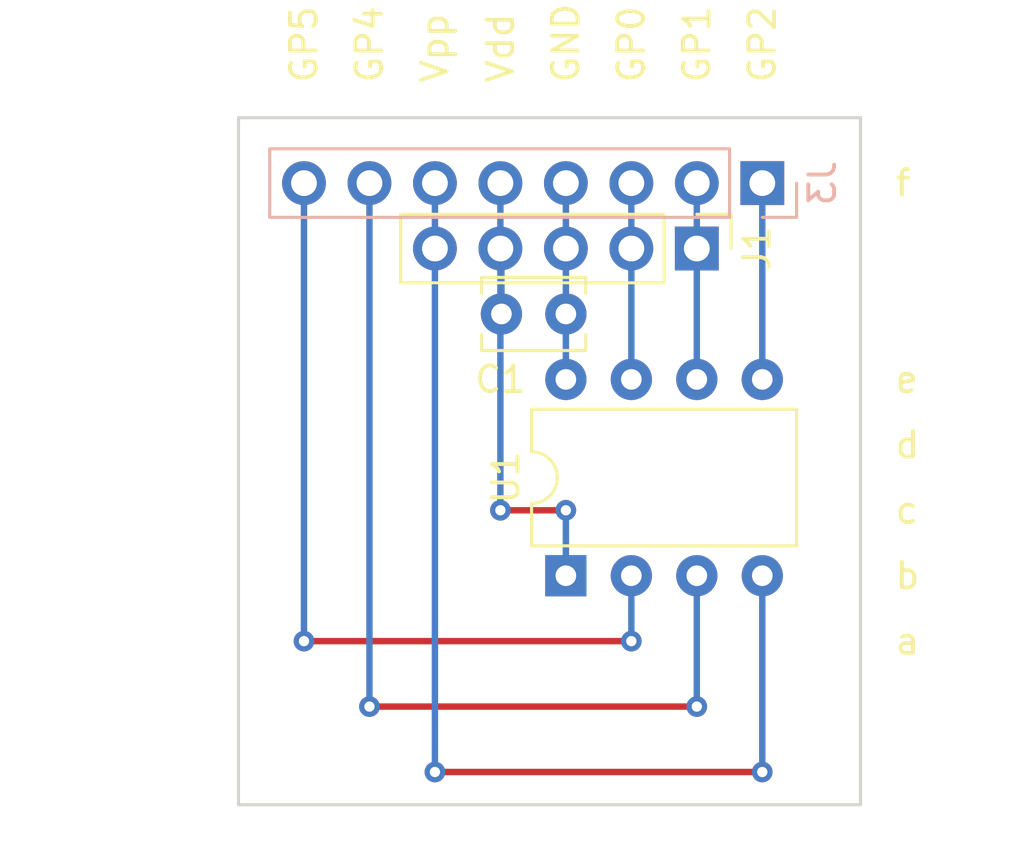
<source format=kicad_pcb>
(kicad_pcb (version 20171130) (host pcbnew 5.1.5-5.1.5)

  (general
    (thickness 1.6)
    (drawings 36)
    (tracks 34)
    (zones 0)
    (modules 4)
    (nets 9)
  )

  (page A4)
  (layers
    (0 F.Cu signal)
    (31 B.Cu signal)
    (32 B.Adhes user)
    (33 F.Adhes user)
    (34 B.Paste user)
    (35 F.Paste user)
    (36 B.SilkS user)
    (37 F.SilkS user)
    (38 B.Mask user)
    (39 F.Mask user)
    (40 Dwgs.User user)
    (41 Cmts.User user)
    (42 Eco1.User user)
    (43 Eco2.User user)
    (44 Edge.Cuts user)
    (45 Margin user)
    (46 B.CrtYd user)
    (47 F.CrtYd user)
    (48 B.Fab user)
    (49 F.Fab user)
  )

  (setup
    (last_trace_width 0.25)
    (trace_clearance 0.2)
    (zone_clearance 0.508)
    (zone_45_only no)
    (trace_min 0.2)
    (via_size 0.8)
    (via_drill 0.4)
    (via_min_size 0.4)
    (via_min_drill 0.3)
    (uvia_size 0.3)
    (uvia_drill 0.1)
    (uvias_allowed no)
    (uvia_min_size 0.2)
    (uvia_min_drill 0.1)
    (edge_width 0.12)
    (segment_width 0.12)
    (pcb_text_width 0.3)
    (pcb_text_size 1.5 1.5)
    (mod_edge_width 0.12)
    (mod_text_size 1 1)
    (mod_text_width 0.15)
    (pad_size 1.524 1.524)
    (pad_drill 0.762)
    (pad_to_mask_clearance 0.051)
    (solder_mask_min_width 0.25)
    (aux_axis_origin 0 0)
    (visible_elements FFFFFF7F)
    (pcbplotparams
      (layerselection 0x010fc_ffffffff)
      (usegerberextensions false)
      (usegerberattributes false)
      (usegerberadvancedattributes false)
      (creategerberjobfile false)
      (excludeedgelayer true)
      (linewidth 0.100000)
      (plotframeref false)
      (viasonmask false)
      (mode 1)
      (useauxorigin false)
      (hpglpennumber 1)
      (hpglpenspeed 20)
      (hpglpendiameter 15.000000)
      (psnegative false)
      (psa4output false)
      (plotreference true)
      (plotvalue true)
      (plotinvisibletext false)
      (padsonsilk false)
      (subtractmaskfromsilk false)
      (outputformat 1)
      (mirror false)
      (drillshape 1)
      (scaleselection 1)
      (outputdirectory ""))
  )

  (net 0 "")
  (net 1 "Net-(J1-Pad5)")
  (net 2 "Net-(J1-Pad2)")
  (net 3 "Net-(J1-Pad1)")
  (net 4 "Net-(J3-Pad8)")
  (net 5 "Net-(J3-Pad7)")
  (net 6 "Net-(J3-Pad1)")
  (net 7 "Net-(C1-Pad2)")
  (net 8 GND)

  (net_class Default "Dies ist die voreingestellte Netzklasse."
    (clearance 0.2)
    (trace_width 0.25)
    (via_dia 0.8)
    (via_drill 0.4)
    (uvia_dia 0.3)
    (uvia_drill 0.1)
    (add_net GND)
    (add_net "Net-(C1-Pad2)")
    (add_net "Net-(J1-Pad1)")
    (add_net "Net-(J1-Pad2)")
    (add_net "Net-(J1-Pad5)")
    (add_net "Net-(J3-Pad1)")
    (add_net "Net-(J3-Pad7)")
    (add_net "Net-(J3-Pad8)")
  )

  (module Capacitor_THT:C_Disc_D3.8mm_W2.6mm_P2.50mm (layer F.Cu) (tedit 5AE50EF0) (tstamp 5F04E63E)
    (at 109.22 71.12 180)
    (descr "C, Disc series, Radial, pin pitch=2.50mm, , diameter*width=3.8*2.6mm^2, Capacitor, http://www.vishay.com/docs/45233/krseries.pdf")
    (tags "C Disc series Radial pin pitch 2.50mm  diameter 3.8mm width 2.6mm Capacitor")
    (path /5F062C50)
    (fp_text reference C1 (at 2.54 -2.54) (layer F.SilkS)
      (effects (font (size 1 1) (thickness 0.15)))
    )
    (fp_text value 100nF (at 7.62 0) (layer F.Fab) hide
      (effects (font (size 1 1) (thickness 0.15)))
    )
    (fp_text user %R (at 1.25 0) (layer F.Fab) hide
      (effects (font (size 0.76 0.76) (thickness 0.114)))
    )
    (fp_line (start 3.55 -1.55) (end -1.05 -1.55) (layer F.CrtYd) (width 0.05))
    (fp_line (start 3.55 1.55) (end 3.55 -1.55) (layer F.CrtYd) (width 0.05))
    (fp_line (start -1.05 1.55) (end 3.55 1.55) (layer F.CrtYd) (width 0.05))
    (fp_line (start -1.05 -1.55) (end -1.05 1.55) (layer F.CrtYd) (width 0.05))
    (fp_line (start 3.27 0.795) (end 3.27 1.42) (layer F.SilkS) (width 0.12))
    (fp_line (start 3.27 -1.42) (end 3.27 -0.795) (layer F.SilkS) (width 0.12))
    (fp_line (start -0.77 0.795) (end -0.77 1.42) (layer F.SilkS) (width 0.12))
    (fp_line (start -0.77 -1.42) (end -0.77 -0.795) (layer F.SilkS) (width 0.12))
    (fp_line (start -0.77 1.42) (end 3.27 1.42) (layer F.SilkS) (width 0.12))
    (fp_line (start -0.77 -1.42) (end 3.27 -1.42) (layer F.SilkS) (width 0.12))
    (fp_line (start 3.15 -1.3) (end -0.65 -1.3) (layer F.Fab) (width 0.1))
    (fp_line (start 3.15 1.3) (end 3.15 -1.3) (layer F.Fab) (width 0.1))
    (fp_line (start -0.65 1.3) (end 3.15 1.3) (layer F.Fab) (width 0.1))
    (fp_line (start -0.65 -1.3) (end -0.65 1.3) (layer F.Fab) (width 0.1))
    (pad 2 thru_hole circle (at 2.5 0 180) (size 1.6 1.6) (drill 0.8) (layers *.Cu *.Mask)
      (net 7 "Net-(C1-Pad2)"))
    (pad 1 thru_hole circle (at 0 0 180) (size 1.6 1.6) (drill 0.8) (layers *.Cu *.Mask)
      (net 8 GND))
    (model ${KISYS3DMOD}/Capacitor_THT.3dshapes/C_Disc_D3.8mm_W2.6mm_P2.50mm.wrl
      (at (xyz 0 0 0))
      (scale (xyz 1 1 1))
      (rotate (xyz 0 0 0))
    )
  )

  (module Connector_PinHeader_2.54mm:PinHeader_1x05_P2.54mm_Vertical (layer F.Cu) (tedit 59FED5CC) (tstamp 5F04D3B0)
    (at 114.3 68.58 270)
    (descr "Through hole straight pin header, 1x05, 2.54mm pitch, single row")
    (tags "Through hole pin header THT 1x05 2.54mm single row")
    (path /5F048299)
    (fp_text reference J1 (at 0 -2.33 90) (layer F.SilkS)
      (effects (font (size 1 1) (thickness 0.15)))
    )
    (fp_text value PGM-Conn (at 0 22.86 180) (layer F.Fab)
      (effects (font (size 1 1) (thickness 0.15)))
    )
    (fp_text user %R (at 0 5.08) (layer F.Fab) hide
      (effects (font (size 1 1) (thickness 0.15)))
    )
    (fp_line (start 1.8 -1.8) (end -1.8 -1.8) (layer F.CrtYd) (width 0.05))
    (fp_line (start 1.8 11.95) (end 1.8 -1.8) (layer F.CrtYd) (width 0.05))
    (fp_line (start -1.8 11.95) (end 1.8 11.95) (layer F.CrtYd) (width 0.05))
    (fp_line (start -1.8 -1.8) (end -1.8 11.95) (layer F.CrtYd) (width 0.05))
    (fp_line (start -1.33 -1.33) (end 0 -1.33) (layer F.SilkS) (width 0.12))
    (fp_line (start -1.33 0) (end -1.33 -1.33) (layer F.SilkS) (width 0.12))
    (fp_line (start -1.33 1.27) (end 1.33 1.27) (layer F.SilkS) (width 0.12))
    (fp_line (start 1.33 1.27) (end 1.33 11.49) (layer F.SilkS) (width 0.12))
    (fp_line (start -1.33 1.27) (end -1.33 11.49) (layer F.SilkS) (width 0.12))
    (fp_line (start -1.33 11.49) (end 1.33 11.49) (layer F.SilkS) (width 0.12))
    (fp_line (start -1.27 -0.635) (end -0.635 -1.27) (layer F.Fab) (width 0.1))
    (fp_line (start -1.27 11.43) (end -1.27 -0.635) (layer F.Fab) (width 0.1))
    (fp_line (start 1.27 11.43) (end -1.27 11.43) (layer F.Fab) (width 0.1))
    (fp_line (start 1.27 -1.27) (end 1.27 11.43) (layer F.Fab) (width 0.1))
    (fp_line (start -0.635 -1.27) (end 1.27 -1.27) (layer F.Fab) (width 0.1))
    (pad 5 thru_hole oval (at 0 10.16 270) (size 1.7 1.7) (drill 1) (layers *.Cu *.Mask)
      (net 1 "Net-(J1-Pad5)"))
    (pad 4 thru_hole oval (at 0 7.62 270) (size 1.7 1.7) (drill 1) (layers *.Cu *.Mask)
      (net 7 "Net-(C1-Pad2)"))
    (pad 3 thru_hole oval (at 0 5.08 270) (size 1.7 1.7) (drill 1) (layers *.Cu *.Mask)
      (net 8 GND))
    (pad 2 thru_hole oval (at 0 2.54 270) (size 1.7 1.7) (drill 1) (layers *.Cu *.Mask)
      (net 2 "Net-(J1-Pad2)"))
    (pad 1 thru_hole rect (at 0 0 270) (size 1.7 1.7) (drill 1) (layers *.Cu *.Mask)
      (net 3 "Net-(J1-Pad1)"))
    (model ${KISYS3DMOD}/Connector_PinHeader_2.54mm.3dshapes/PinHeader_1x05_P2.54mm_Vertical.wrl
      (at (xyz 0 0 0))
      (scale (xyz 1 1 1))
      (rotate (xyz 0 0 0))
    )
  )

  (module Package_DIP:DIP-8_W7.62mm (layer F.Cu) (tedit 5A02E8C5) (tstamp 5F04D42A)
    (at 109.22 81.28 90)
    (descr "8-lead though-hole mounted DIP package, row spacing 7.62 mm (300 mils)")
    (tags "THT DIP DIL PDIP 2.54mm 7.62mm 300mil")
    (path /5F04713D)
    (fp_text reference U1 (at 3.81 -2.33 90) (layer F.SilkS)
      (effects (font (size 1 1) (thickness 0.15)))
    )
    (fp_text value PIC12F675-ISN (at 3.81 9.95 90) (layer F.Fab)
      (effects (font (size 1 1) (thickness 0.15)))
    )
    (fp_text user %R (at 3.81 3.81 90) (layer F.Fab)
      (effects (font (size 1 1) (thickness 0.15)))
    )
    (fp_line (start 8.7 -1.55) (end -1.1 -1.55) (layer F.CrtYd) (width 0.05))
    (fp_line (start 8.7 9.15) (end 8.7 -1.55) (layer F.CrtYd) (width 0.05))
    (fp_line (start -1.1 9.15) (end 8.7 9.15) (layer F.CrtYd) (width 0.05))
    (fp_line (start -1.1 -1.55) (end -1.1 9.15) (layer F.CrtYd) (width 0.05))
    (fp_line (start 6.46 -1.33) (end 4.81 -1.33) (layer F.SilkS) (width 0.12))
    (fp_line (start 6.46 8.95) (end 6.46 -1.33) (layer F.SilkS) (width 0.12))
    (fp_line (start 1.16 8.95) (end 6.46 8.95) (layer F.SilkS) (width 0.12))
    (fp_line (start 1.16 -1.33) (end 1.16 8.95) (layer F.SilkS) (width 0.12))
    (fp_line (start 2.81 -1.33) (end 1.16 -1.33) (layer F.SilkS) (width 0.12))
    (fp_line (start 0.635 -0.27) (end 1.635 -1.27) (layer F.Fab) (width 0.1))
    (fp_line (start 0.635 8.89) (end 0.635 -0.27) (layer F.Fab) (width 0.1))
    (fp_line (start 6.985 8.89) (end 0.635 8.89) (layer F.Fab) (width 0.1))
    (fp_line (start 6.985 -1.27) (end 6.985 8.89) (layer F.Fab) (width 0.1))
    (fp_line (start 1.635 -1.27) (end 6.985 -1.27) (layer F.Fab) (width 0.1))
    (fp_arc (start 3.81 -1.33) (end 2.81 -1.33) (angle -180) (layer F.SilkS) (width 0.12))
    (pad 8 thru_hole oval (at 7.62 0 90) (size 1.6 1.6) (drill 0.8) (layers *.Cu *.Mask)
      (net 8 GND))
    (pad 4 thru_hole oval (at 0 7.62 90) (size 1.6 1.6) (drill 0.8) (layers *.Cu *.Mask)
      (net 1 "Net-(J1-Pad5)"))
    (pad 7 thru_hole oval (at 7.62 2.54 90) (size 1.6 1.6) (drill 0.8) (layers *.Cu *.Mask)
      (net 2 "Net-(J1-Pad2)"))
    (pad 3 thru_hole oval (at 0 5.08 90) (size 1.6 1.6) (drill 0.8) (layers *.Cu *.Mask)
      (net 5 "Net-(J3-Pad7)"))
    (pad 6 thru_hole oval (at 7.62 5.08 90) (size 1.6 1.6) (drill 0.8) (layers *.Cu *.Mask)
      (net 3 "Net-(J1-Pad1)"))
    (pad 2 thru_hole oval (at 0 2.54 90) (size 1.6 1.6) (drill 0.8) (layers *.Cu *.Mask)
      (net 4 "Net-(J3-Pad8)"))
    (pad 5 thru_hole oval (at 7.62 7.62 90) (size 1.6 1.6) (drill 0.8) (layers *.Cu *.Mask)
      (net 6 "Net-(J3-Pad1)"))
    (pad 1 thru_hole rect (at 0 0 90) (size 1.6 1.6) (drill 0.8) (layers *.Cu *.Mask)
      (net 7 "Net-(C1-Pad2)"))
    (model ${KISYS3DMOD}/Package_DIP.3dshapes/DIP-8_W7.62mm.wrl
      (at (xyz 0 0 0))
      (scale (xyz 1 1 1))
      (rotate (xyz 0 0 0))
    )
  )

  (module Connector_PinHeader_2.54mm:PinHeader_1x08_P2.54mm_Vertical (layer B.Cu) (tedit 59FED5CC) (tstamp 5F04D3E2)
    (at 116.84 66.04 90)
    (descr "Through hole straight pin header, 1x08, 2.54mm pitch, single row")
    (tags "Through hole pin header THT 1x08 2.54mm single row")
    (path /5F04965B)
    (fp_text reference J3 (at 0 2.33 270) (layer B.SilkS)
      (effects (font (size 1 1) (thickness 0.15)) (justify mirror))
    )
    (fp_text value App-Conn (at 0 -25.4 180) (layer B.Fab)
      (effects (font (size 1 1) (thickness 0.15)) (justify mirror))
    )
    (fp_text user %R (at 0 -8.89) (layer B.Fab) hide
      (effects (font (size 1 1) (thickness 0.15)) (justify mirror))
    )
    (fp_line (start 1.8 1.8) (end -1.8 1.8) (layer B.CrtYd) (width 0.05))
    (fp_line (start 1.8 -19.55) (end 1.8 1.8) (layer B.CrtYd) (width 0.05))
    (fp_line (start -1.8 -19.55) (end 1.8 -19.55) (layer B.CrtYd) (width 0.05))
    (fp_line (start -1.8 1.8) (end -1.8 -19.55) (layer B.CrtYd) (width 0.05))
    (fp_line (start -1.33 1.33) (end 0 1.33) (layer B.SilkS) (width 0.12))
    (fp_line (start -1.33 0) (end -1.33 1.33) (layer B.SilkS) (width 0.12))
    (fp_line (start -1.33 -1.27) (end 1.33 -1.27) (layer B.SilkS) (width 0.12))
    (fp_line (start 1.33 -1.27) (end 1.33 -19.11) (layer B.SilkS) (width 0.12))
    (fp_line (start -1.33 -1.27) (end -1.33 -19.11) (layer B.SilkS) (width 0.12))
    (fp_line (start -1.33 -19.11) (end 1.33 -19.11) (layer B.SilkS) (width 0.12))
    (fp_line (start -1.27 0.635) (end -0.635 1.27) (layer B.Fab) (width 0.1))
    (fp_line (start -1.27 -19.05) (end -1.27 0.635) (layer B.Fab) (width 0.1))
    (fp_line (start 1.27 -19.05) (end -1.27 -19.05) (layer B.Fab) (width 0.1))
    (fp_line (start 1.27 1.27) (end 1.27 -19.05) (layer B.Fab) (width 0.1))
    (fp_line (start -0.635 1.27) (end 1.27 1.27) (layer B.Fab) (width 0.1))
    (pad 8 thru_hole oval (at 0 -17.78 90) (size 1.7 1.7) (drill 1) (layers *.Cu *.Mask)
      (net 4 "Net-(J3-Pad8)"))
    (pad 7 thru_hole oval (at 0 -15.24 90) (size 1.7 1.7) (drill 1) (layers *.Cu *.Mask)
      (net 5 "Net-(J3-Pad7)"))
    (pad 6 thru_hole oval (at 0 -12.7 90) (size 1.7 1.7) (drill 1) (layers *.Cu *.Mask)
      (net 1 "Net-(J1-Pad5)"))
    (pad 5 thru_hole oval (at 0 -10.16 90) (size 1.7 1.7) (drill 1) (layers *.Cu *.Mask)
      (net 7 "Net-(C1-Pad2)"))
    (pad 4 thru_hole oval (at 0 -7.62 90) (size 1.7 1.7) (drill 1) (layers *.Cu *.Mask)
      (net 8 GND))
    (pad 3 thru_hole oval (at 0 -5.08 90) (size 1.7 1.7) (drill 1) (layers *.Cu *.Mask)
      (net 2 "Net-(J1-Pad2)"))
    (pad 2 thru_hole oval (at 0 -2.54 90) (size 1.7 1.7) (drill 1) (layers *.Cu *.Mask)
      (net 3 "Net-(J1-Pad1)"))
    (pad 1 thru_hole rect (at 0 0 90) (size 1.7 1.7) (drill 1) (layers *.Cu *.Mask)
      (net 6 "Net-(J3-Pad1)"))
    (model ${KISYS3DMOD}/Connector_PinHeader_2.54mm.3dshapes/PinHeader_1x08_P2.54mm_Vertical.wrl
      (at (xyz 0 0 0))
      (scale (xyz 1 1 1))
      (rotate (xyz 0 0 0))
    )
  )

  (gr_text a (at 121.92 83.82) (layer F.SilkS)
    (effects (font (size 1 1) (thickness 0.15)) (justify left))
  )
  (gr_text b (at 121.92 81.28) (layer F.SilkS)
    (effects (font (size 1 1) (thickness 0.15)) (justify left))
  )
  (gr_text c (at 121.92 78.74) (layer F.SilkS)
    (effects (font (size 1 1) (thickness 0.15)) (justify left))
  )
  (gr_text d (at 121.92 76.2) (layer F.SilkS)
    (effects (font (size 1 1) (thickness 0.15)) (justify left))
  )
  (gr_text e (at 121.92 73.66) (layer F.SilkS)
    (effects (font (size 1 1) (thickness 0.15)) (justify left))
  )
  (gr_text f (at 121.92 66.04) (layer F.SilkS)
    (effects (font (size 1 1) (thickness 0.15)) (justify left))
  )
  (gr_text 9 (at 127 68.58) (layer F.Fab)
    (effects (font (size 1 1) (thickness 0.15)) (justify right))
  )
  (gr_line (start 96.52 90.17) (end 96.52 63.5) (layer Edge.Cuts) (width 0.12) (tstamp 5F05C080))
  (gr_line (start 120.65 90.17) (end 96.52 90.17) (layer Edge.Cuts) (width 0.12))
  (gr_line (start 120.65 63.5) (end 120.65 90.17) (layer Edge.Cuts) (width 0.12))
  (gr_line (start 96.52 63.5) (end 120.65 63.5) (layer Edge.Cuts) (width 0.12))
  (gr_text 10 (at 127 66.04) (layer F.Fab)
    (effects (font (size 1 1) (thickness 0.15)) (justify right))
  )
  (gr_text 8 (at 127 71.12) (layer F.Fab)
    (effects (font (size 1 1) (thickness 0.15)) (justify right))
  )
  (gr_text 7 (at 127 73.66) (layer F.Fab)
    (effects (font (size 1 1) (thickness 0.15)) (justify right))
  )
  (gr_text 6 (at 127 76.2) (layer F.Fab)
    (effects (font (size 1 1) (thickness 0.15)) (justify right))
  )
  (gr_text 5 (at 127 78.74) (layer F.Fab)
    (effects (font (size 1 1) (thickness 0.15)) (justify right))
  )
  (gr_text 4 (at 127 81.28) (layer F.Fab)
    (effects (font (size 1 1) (thickness 0.15)) (justify right))
  )
  (gr_text 3 (at 127 83.82) (layer F.Fab)
    (effects (font (size 1 1) (thickness 0.15)) (justify right))
  )
  (gr_text 2 (at 127 86.36) (layer F.Fab)
    (effects (font (size 1 1) (thickness 0.15)) (justify right))
  )
  (gr_text 1 (at 127 88.9) (layer F.Fab)
    (effects (font (size 1 1) (thickness 0.15)) (justify right))
  )
  (gr_text 8 (at 116.84 91.44) (layer F.Fab)
    (effects (font (size 1 1) (thickness 0.15)))
  )
  (gr_text 7 (at 114.3 91.44) (layer F.Fab)
    (effects (font (size 1 1) (thickness 0.15)))
  )
  (gr_text 6 (at 111.76 91.44) (layer F.Fab)
    (effects (font (size 1 1) (thickness 0.15)))
  )
  (gr_text 5 (at 109.22 91.44) (layer F.Fab)
    (effects (font (size 1 1) (thickness 0.15)))
  )
  (gr_text 4 (at 106.68 91.44) (layer F.Fab)
    (effects (font (size 1 1) (thickness 0.15)))
  )
  (gr_text 3 (at 104.14 91.44) (layer F.Fab)
    (effects (font (size 1 1) (thickness 0.15)))
  )
  (gr_text 2 (at 101.6 91.44) (layer F.Fab)
    (effects (font (size 1 1) (thickness 0.15)))
  )
  (gr_text 1 (at 99.06 91.44) (layer F.Fab)
    (effects (font (size 1 1) (thickness 0.15)))
  )
  (gr_text GP2 (at 116.84 62.23 90) (layer F.SilkS) (tstamp 5F05BE09)
    (effects (font (size 1 1) (thickness 0.15)) (justify left))
  )
  (gr_text GP1 (at 114.3 62.23 90) (layer F.SilkS) (tstamp 5F05BE09)
    (effects (font (size 1 1) (thickness 0.15)) (justify left))
  )
  (gr_text GP0 (at 111.76 62.23 90) (layer F.SilkS) (tstamp 5F05BE09)
    (effects (font (size 1 1) (thickness 0.15)) (justify left))
  )
  (gr_text GND (at 109.22 62.23 90) (layer F.SilkS) (tstamp 5F05BE09)
    (effects (font (size 1 1) (thickness 0.15)) (justify left))
  )
  (gr_text Vdd (at 106.68 62.23 90) (layer F.SilkS) (tstamp 5F05BE09)
    (effects (font (size 1 1) (thickness 0.15)) (justify left))
  )
  (gr_text Vpp (at 104.14 62.23 90) (layer F.SilkS) (tstamp 5F05BE09)
    (effects (font (size 1 1) (thickness 0.15)) (justify left))
  )
  (gr_text GP4 (at 101.6 62.23 90) (layer F.SilkS) (tstamp 5F05BE09)
    (effects (font (size 1 1) (thickness 0.15)) (justify left))
  )
  (gr_text GP5 (at 99.06 62.23 90) (layer F.SilkS)
    (effects (font (size 1 1) (thickness 0.15)) (justify left))
  )

  (via (at 116.84 88.9) (size 0.8) (drill 0.4) (layers F.Cu B.Cu) (net 1))
  (via (at 104.14 88.9) (size 0.8) (drill 0.4) (layers F.Cu B.Cu) (net 1))
  (segment (start 116.84 88.9) (end 104.14 88.9) (width 0.25) (layer F.Cu) (net 1))
  (segment (start 116.84 88.9) (end 116.84 81.28) (width 0.25) (layer B.Cu) (net 1))
  (segment (start 104.14 88.9) (end 104.14 68.58) (width 0.25) (layer B.Cu) (net 1))
  (segment (start 104.14 68.58) (end 104.14 66.04) (width 0.25) (layer B.Cu) (net 1))
  (segment (start 111.76 73.66) (end 111.76 68.58) (width 0.25) (layer B.Cu) (net 2) (status 30))
  (segment (start 111.76 68.58) (end 111.76 66.04) (width 0.25) (layer B.Cu) (net 2))
  (segment (start 114.3 73.66) (end 114.3 68.58) (width 0.25) (layer B.Cu) (net 3) (status 30))
  (segment (start 114.3 68.58) (end 114.3 66.04) (width 0.25) (layer B.Cu) (net 3))
  (via (at 111.76 83.82) (size 0.8) (drill 0.4) (layers F.Cu B.Cu) (net 4))
  (segment (start 111.76 81.28) (end 111.76 83.82) (width 0.25) (layer B.Cu) (net 4))
  (via (at 99.06 83.82) (size 0.8) (drill 0.4) (layers F.Cu B.Cu) (net 4))
  (segment (start 111.76 83.82) (end 99.06 83.82) (width 0.25) (layer F.Cu) (net 4))
  (segment (start 99.06 83.82) (end 99.06 66.04) (width 0.25) (layer B.Cu) (net 4))
  (via (at 114.3 86.36) (size 0.8) (drill 0.4) (layers F.Cu B.Cu) (net 5))
  (segment (start 114.3 81.28) (end 114.3 86.36) (width 0.25) (layer B.Cu) (net 5))
  (via (at 101.6 86.36) (size 0.8) (drill 0.4) (layers F.Cu B.Cu) (net 5))
  (segment (start 114.3 86.36) (end 101.6 86.36) (width 0.25) (layer F.Cu) (net 5))
  (segment (start 101.6 86.36) (end 101.6 66.04) (width 0.25) (layer B.Cu) (net 5))
  (segment (start 116.84 73.66) (end 116.84 66.04) (width 0.25) (layer B.Cu) (net 6))
  (segment (start 106.68 71.12) (end 106.68 68.58) (width 0.25) (layer B.Cu) (net 7) (status 30))
  (segment (start 106.72 68.62) (end 106.68 68.58) (width 0.25) (layer B.Cu) (net 7) (status 30))
  (segment (start 106.72 71.12) (end 106.72 68.62) (width 0.25) (layer B.Cu) (net 7) (status 30))
  (via (at 109.22 78.74) (size 0.8) (drill 0.4) (layers F.Cu B.Cu) (net 7))
  (segment (start 109.22 81.28) (end 109.22 78.74) (width 0.25) (layer B.Cu) (net 7))
  (via (at 106.68 78.74) (size 0.8) (drill 0.4) (layers F.Cu B.Cu) (net 7))
  (segment (start 109.22 78.74) (end 106.68 78.74) (width 0.25) (layer F.Cu) (net 7))
  (segment (start 106.68 71.16) (end 106.72 71.12) (width 0.25) (layer B.Cu) (net 7))
  (segment (start 106.68 78.74) (end 106.68 71.16) (width 0.25) (layer B.Cu) (net 7))
  (segment (start 106.68 68.58) (end 106.68 66.04) (width 0.25) (layer B.Cu) (net 7))
  (segment (start 109.22 71.12) (end 109.22 68.58) (width 0.25) (layer B.Cu) (net 8) (status 30))
  (segment (start 109.22 73.66) (end 109.22 71.12) (width 0.25) (layer B.Cu) (net 8) (status 30))
  (segment (start 109.22 68.58) (end 109.22 66.04) (width 0.25) (layer B.Cu) (net 8))

)

</source>
